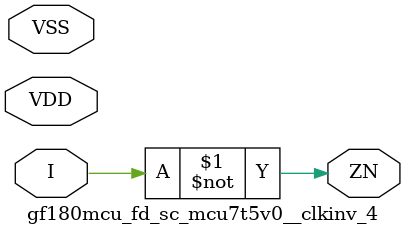
<source format=v>

module gf180mcu_fd_sc_mcu7t5v0__clkinv_4( I, ZN, VDD, VSS );
input I;
inout VDD, VSS;
output ZN;

	not MGM_BG_0( ZN, I );

endmodule

</source>
